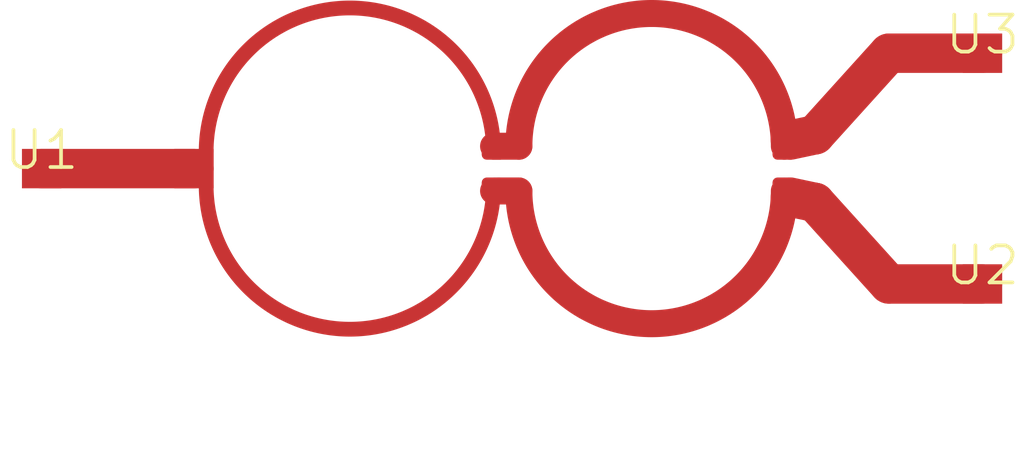
<source format=kicad_pcb>
(kicad_pcb (version 20241229) (generator "pcbnew") (generator_version "9.0")
  (layers (0 "F.Cu" signal) (2 "B.Cu" signal) (13 "F.Paste" user) (15 "B.Paste" user) (5 "F.SilkS" user "F.Silkscreen") (7 "B.SilkS" user "B.Silkscreen") (1 "F.Mask" user) (3 "B.Mask" user) (25 "Edge.Cuts" user))
  (net 0 "")
  (net 1 "Net-(U1-port3)")
  (net 2 "Net-(U2-port2)")
  (net 3 "Net-(U3-port1)")
  (footprint "RF_WPD:WPD_2Ring_3500_RO4350B" (layer "F.Cu") (at 155.79344 83.6168)
    (property "Reference" "WPD1" (hide yes))
    (property "Value" "~" (hide yes))
    (fp_line (start 0 -0.60452) (end 0.68326 -0.60452) (stroke (width 0.72898)) (layer "F.Cu"))
    (fp_line (start 0 0.60452) (end 0.68453 0.60452) (stroke (width 0.72898)) (layer "F.Cu"))
    (fp_line (start 8.01878 -0.77216) (end 8.6868 -0.9144) (stroke (width 1.06426)) (layer "F.Cu"))
    (fp_line (start 8.01878 0.77216) (end 8.6868 0.9144) (stroke (width 1.06426)) (layer "F.Cu"))
    (fp_arc (start -7.763256 -0.4572) (mid -3.881628 -4.338828) (end 0 -0.4572) (stroke (width 0.39878)) (layer "F.Cu"))
    (fp_arc (start 0 0.4572) (mid -3.881643 4.338843) (end -7.763286 0.4572) (stroke (width 0.39878)) (layer "F.Cu"))
    (fp_arc (start 0.68453 -0.60452) (mid 4.26974 -4.18973) (end 7.85495 -0.60452) (stroke (width 0.72898)) (layer "F.Cu"))
    (fp_arc (start 7.85495 0.60452) (mid 4.26974 4.18973) (end 0.68453 0.60452) (stroke (width 0.72898)) (layer "F.Cu"))
    (pad "1" smd rect (at -8.09244 0) (size 1.06426 1.06426) (layers "F.Cu" "F.Mask" "F.Paste") (net 3 "Net-(U3-port1)"))
    (pad "2" smd circle (at 8.6868 -0.9144) (size 1.06426 1.06426) (layers "F.Cu" "F.Mask" "F.Paste") (net 2 "Net-(U2-port2)"))
    (pad "3" smd circle (at 8.6868 0.9144) (size 1.06426 1.06426) (layers "F.Cu" "F.Mask" "F.Paste") (net 1 "Net-(U1-port3)"))
    (pad "4" smd roundrect (at 0 -0.510032) (size 0.64008 0.540004) (layers "F.Cu" "F.Mask" "F.Paste"))
    (pad "5" smd roundrect (at 0 0.510032) (size 0.64008 0.540004) (layers "F.Cu" "F.Mask" "F.Paste"))
    (pad "6" smd roundrect (at 7.85495 -0.510032) (size 0.64008 0.540004) (layers "F.Cu" "F.Mask" "F.Paste"))
    (pad "7" smd roundrect (at 7.85495 0.510032) (size 0.64008 0.540004) (layers "F.Cu" "F.Mask" "F.Paste"))
  )
  (footprint "RF_WPD:Pad for termination" (layer "F.Cu") (at 169 86.7336)
    (property "Reference" "U2" (at 0 -0.5 0) (layer "F.SilkS") (effects (font (thickness 0.1))))
    (property "Value" "~")
    (pad "1" smd rect (at 0 0) (size 1.06426 1.06426) (layers "F.Cu" "F.Mask" "F.Paste") (net 1 "Net-(U1-port3)"))
  )
  (footprint "RF_WPD:Pad for termination" (layer "F.Cu") (at 143.5862 83.6168)
    (property "Reference" "U1" (at 0 -0.5 0) (layer "F.SilkS") (effects (font (thickness 0.1))))
    (property "Value" "~")
    (pad "1" smd rect (at 0 0) (size 1.06426 1.06426) (layers "F.Cu" "F.Mask" "F.Paste") (net 3 "Net-(U3-port1)"))
  )
  (footprint "RF_WPD:Pad for termination" (layer "F.Cu") (at 169 80.5)
    (property "Reference" "U3" (at 0 -0.5 0) (layer "F.SilkS") (effects (font (thickness 0.1))))
    (property "Value" "~")
    (pad "1" smd rect (at 0 0) (size 1.06426 1.06426) (layers "F.Cu" "F.Mask" "F.Paste") (net 2 "Net-(U2-port2)"))
  )
  (gr_line (start 164.48024 82.7024) (end 166.4716 80.5) (stroke (width 1.06426)) (layer "F.Cu") (net 2))
  (gr_line (start 166.4716 86.7336) (end 169 86.7336) (stroke (width 1.06426)) (layer "F.Cu") (net 1))
  (gr_line (start 166.4716 80.5) (end 169 80.5) (stroke (width 1.06426)) (layer "F.Cu") (net 2))
  (gr_line (start 164.48024 84.5312) (end 166.4716 86.7336) (stroke (width 1.06426)) (layer "F.Cu") (net 1))
  (segment (start 143.5862 83.6168) (end 147.701 83.6168) (width 1.06426) (layer "F.Cu") (net 3))
)
</source>
